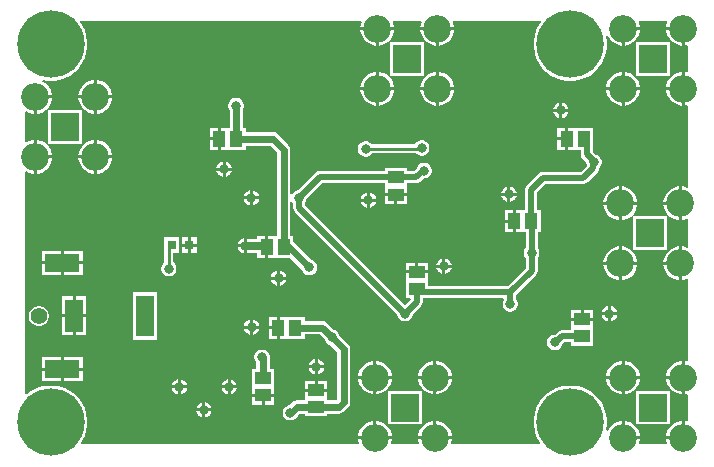
<source format=gtl>
G04*
G04 #@! TF.GenerationSoftware,Altium Limited,Altium Designer,24.1.2 (44)*
G04*
G04 Layer_Physical_Order=1*
G04 Layer_Color=6049555*
%FSLAX44Y44*%
%MOMM*%
G71*
G04*
G04 #@! TF.SameCoordinates,213EFF85-FE73-46F0-9486-E91859054EE2*
G04*
G04*
G04 #@! TF.FilePolarity,Positive*
G04*
G01*
G75*
%ADD12C,0.2540*%
%ADD15R,1.3562X1.0546*%
%ADD16R,1.0546X1.3562*%
%ADD17R,0.8000X0.8000*%
%ADD19R,2.3400X2.3400*%
%ADD20C,2.3400*%
%ADD21R,2.3400X2.3400*%
%ADD27C,0.5000*%
%ADD28C,0.6250*%
%ADD29C,0.6350*%
%ADD30C,5.7000*%
%ADD31R,3.0000X1.5000*%
%ADD32C,1.4000*%
%ADD33R,1.5000X3.5000*%
%ADD34R,1.5000X2.8000*%
%ADD35C,0.8000*%
G36*
X552306Y368900D02*
X552130Y368596D01*
X551160Y364975D01*
Y364370D01*
X565400D01*
Y363100D01*
X566670D01*
Y348860D01*
X567275D01*
X568992Y349320D01*
X570000Y348547D01*
Y326853D01*
X568992Y326080D01*
X567275Y326540D01*
X566670D01*
Y312300D01*
Y298060D01*
X567275D01*
X568992Y298520D01*
X570000Y297747D01*
Y229129D01*
X568900Y228494D01*
X568596Y228670D01*
X564975Y229640D01*
X564370D01*
Y215400D01*
Y201160D01*
X564975D01*
X568596Y202130D01*
X568900Y202306D01*
X570000Y201671D01*
Y178329D01*
X568900Y177694D01*
X568596Y177870D01*
X564975Y178840D01*
X564370D01*
Y164600D01*
Y150360D01*
X564975D01*
X568596Y151330D01*
X568900Y151506D01*
X570000Y150871D01*
Y82253D01*
X568992Y81480D01*
X567275Y81940D01*
X566670D01*
Y67700D01*
Y53460D01*
X567275D01*
X568992Y53920D01*
X570000Y53147D01*
Y31453D01*
X568992Y30680D01*
X567275Y31140D01*
X566670D01*
Y16900D01*
X565400D01*
Y15630D01*
X551160D01*
Y15025D01*
X551816Y12578D01*
X550841Y11308D01*
X529159D01*
X528184Y12578D01*
X528840Y15025D01*
Y15630D01*
X514600D01*
Y16900D01*
X513330D01*
Y31140D01*
X512725D01*
X509104Y30170D01*
X505856Y28295D01*
X503205Y25644D01*
X501576Y22821D01*
X500358Y23252D01*
X501040Y27557D01*
Y32443D01*
X500276Y37269D01*
X498766Y41915D01*
X496548Y46269D01*
X493676Y50221D01*
X490221Y53676D01*
X486269Y56548D01*
X481915Y58766D01*
X477269Y60276D01*
X472443Y61040D01*
X467557D01*
X462732Y60276D01*
X458085Y58766D01*
X453731Y56548D01*
X449779Y53676D01*
X446324Y50221D01*
X443452Y46269D01*
X441234Y41915D01*
X439724Y37269D01*
X438960Y32443D01*
Y27557D01*
X439724Y22731D01*
X441234Y18085D01*
X443452Y13731D01*
X444391Y12439D01*
X443815Y11308D01*
X369959D01*
X368984Y12578D01*
X369640Y15025D01*
Y15630D01*
X355400D01*
X341160D01*
Y15025D01*
X341816Y12578D01*
X340841Y11308D01*
X319159D01*
X318184Y12578D01*
X318840Y15025D01*
Y15630D01*
X304600D01*
X290360D01*
Y15025D01*
X291016Y12578D01*
X290041Y11308D01*
X56185D01*
X55609Y12439D01*
X56548Y13731D01*
X58766Y18085D01*
X60276Y22731D01*
X61040Y27557D01*
Y32443D01*
X60276Y37269D01*
X58766Y41915D01*
X56548Y46269D01*
X53676Y50221D01*
X50221Y53676D01*
X46269Y56548D01*
X41915Y58766D01*
X37269Y60276D01*
X32443Y61040D01*
X27557D01*
X22731Y60276D01*
X18085Y58766D01*
X13731Y56548D01*
X9779Y53676D01*
X9660Y53557D01*
X8486Y54043D01*
Y241745D01*
X9586Y242380D01*
X11404Y241330D01*
X15025Y240360D01*
X15630D01*
Y254600D01*
Y268840D01*
X15025D01*
X11404Y267870D01*
X9586Y266820D01*
X8486Y267455D01*
Y292545D01*
X9586Y293180D01*
X11404Y292130D01*
X15025Y291160D01*
X15630D01*
Y305400D01*
X16900D01*
Y306670D01*
X31140D01*
Y307275D01*
X30170Y310896D01*
X28295Y314144D01*
X25644Y316795D01*
X22821Y318424D01*
X23252Y319642D01*
X27557Y318960D01*
X32443D01*
X37269Y319724D01*
X41915Y321234D01*
X46269Y323452D01*
X50221Y326324D01*
X53676Y329779D01*
X56548Y333731D01*
X58766Y338085D01*
X60276Y342732D01*
X61040Y347557D01*
Y352443D01*
X60276Y357269D01*
X58766Y361915D01*
X56548Y366269D01*
X54659Y368868D01*
X55235Y370000D01*
X292780D01*
X293415Y368900D01*
X293240Y368597D01*
X292270Y364975D01*
Y364370D01*
X306510D01*
X320750D01*
Y364975D01*
X319779Y368597D01*
X319604Y368900D01*
X320239Y370000D01*
X343580D01*
X344215Y368900D01*
X344040Y368597D01*
X343070Y364975D01*
Y364370D01*
X357310D01*
X371550D01*
Y364975D01*
X370579Y368597D01*
X370404Y368900D01*
X371039Y370000D01*
X444765D01*
X445341Y368868D01*
X443452Y366269D01*
X441234Y361915D01*
X439724Y357269D01*
X438960Y352443D01*
Y347557D01*
X439724Y342732D01*
X441234Y338085D01*
X443452Y333731D01*
X446324Y329779D01*
X449779Y326324D01*
X453731Y323452D01*
X458085Y321234D01*
X462732Y319724D01*
X467557Y318960D01*
X472443D01*
X477269Y319724D01*
X481915Y321234D01*
X486269Y323452D01*
X490221Y326324D01*
X493676Y329779D01*
X496548Y333731D01*
X498766Y338085D01*
X500276Y342732D01*
X501040Y347557D01*
Y352443D01*
X500358Y356748D01*
X501576Y357179D01*
X503205Y354356D01*
X505856Y351705D01*
X509104Y349830D01*
X512725Y348860D01*
X513330D01*
Y363100D01*
X514600D01*
Y364370D01*
X528840D01*
Y364975D01*
X527870Y368596D01*
X527694Y368900D01*
X528329Y370000D01*
X551671D01*
X552306Y368900D01*
D02*
G37*
%LPC*%
G36*
X371550Y361830D02*
X358580D01*
Y348860D01*
X359184D01*
X362806Y349831D01*
X366053Y351705D01*
X368705Y354357D01*
X370579Y357604D01*
X371550Y361225D01*
Y361830D01*
D02*
G37*
G36*
X356040D02*
X343070D01*
Y361225D01*
X344040Y357604D01*
X345915Y354357D01*
X348566Y351705D01*
X351813Y349831D01*
X355435Y348860D01*
X356040D01*
Y361830D01*
D02*
G37*
G36*
X320750D02*
X307780D01*
Y348860D01*
X308384D01*
X312006Y349831D01*
X315253Y351705D01*
X317905Y354357D01*
X319779Y357604D01*
X320750Y361225D01*
Y361830D01*
D02*
G37*
G36*
X305240D02*
X292270D01*
Y361225D01*
X293240Y357604D01*
X295115Y354357D01*
X297766Y351705D01*
X301013Y349831D01*
X304635Y348860D01*
X305240D01*
Y361830D01*
D02*
G37*
G36*
X564130Y361830D02*
X551160D01*
Y361225D01*
X552130Y357604D01*
X554005Y354356D01*
X556656Y351705D01*
X559904Y349830D01*
X563525Y348860D01*
X564130D01*
Y361830D01*
D02*
G37*
G36*
X528840D02*
X515870D01*
Y348860D01*
X516475D01*
X520096Y349830D01*
X523344Y351705D01*
X525995Y354356D01*
X527870Y357604D01*
X528840Y361225D01*
Y361830D01*
D02*
G37*
G36*
X346150Y351940D02*
X317670D01*
Y323460D01*
X346150D01*
Y351940D01*
D02*
G37*
G36*
X554240Y351940D02*
X525760D01*
Y323460D01*
X554240D01*
Y351940D01*
D02*
G37*
G36*
X359184Y326540D02*
X358580D01*
Y313570D01*
X371550D01*
Y314175D01*
X370579Y317797D01*
X368705Y321044D01*
X366053Y323695D01*
X362806Y325570D01*
X359184Y326540D01*
D02*
G37*
G36*
X308384D02*
X307780D01*
Y313570D01*
X320750D01*
Y314175D01*
X319779Y317797D01*
X317905Y321044D01*
X315253Y323695D01*
X312006Y325570D01*
X308384Y326540D01*
D02*
G37*
G36*
X305240D02*
X304635D01*
X301013Y325570D01*
X297766Y323695D01*
X295115Y321044D01*
X293240Y317797D01*
X292270Y314175D01*
Y313570D01*
X305240D01*
Y326540D01*
D02*
G37*
G36*
X356040D02*
X355435D01*
X351813Y325570D01*
X348566Y323695D01*
X345915Y321044D01*
X344040Y317797D01*
X343070Y314175D01*
Y313570D01*
X356040D01*
Y326540D01*
D02*
G37*
G36*
X516475Y326540D02*
X515870D01*
Y313570D01*
X528840D01*
Y314175D01*
X527870Y317796D01*
X525995Y321044D01*
X523344Y323695D01*
X520096Y325570D01*
X516475Y326540D01*
D02*
G37*
G36*
X564130D02*
X563525D01*
X559904Y325570D01*
X556656Y323695D01*
X554005Y321044D01*
X552130Y317796D01*
X551160Y314175D01*
Y313570D01*
X564130D01*
Y326540D01*
D02*
G37*
G36*
X513330D02*
X512725D01*
X509104Y325570D01*
X505856Y323695D01*
X503205Y321044D01*
X501330Y317796D01*
X500360Y314175D01*
Y313570D01*
X513330D01*
Y326540D01*
D02*
G37*
G36*
X69575Y319640D02*
X68970D01*
Y306670D01*
X81940D01*
Y307275D01*
X80970Y310896D01*
X79095Y314144D01*
X76444Y316795D01*
X73196Y318670D01*
X69575Y319640D01*
D02*
G37*
G36*
X66430D02*
X65825D01*
X62204Y318670D01*
X58956Y316795D01*
X56305Y314144D01*
X54430Y310896D01*
X53460Y307275D01*
Y306670D01*
X66430D01*
Y319640D01*
D02*
G37*
G36*
X371550Y311030D02*
X358580D01*
Y298060D01*
X359184D01*
X362806Y299031D01*
X366053Y300905D01*
X368705Y303557D01*
X370579Y306804D01*
X371550Y310425D01*
Y311030D01*
D02*
G37*
G36*
X356040D02*
X343070D01*
Y310425D01*
X344040Y306804D01*
X345915Y303557D01*
X348566Y300905D01*
X351813Y299031D01*
X355435Y298060D01*
X356040D01*
Y311030D01*
D02*
G37*
G36*
X320750D02*
X307780D01*
Y298060D01*
X308384D01*
X312006Y299031D01*
X315253Y300905D01*
X317905Y303557D01*
X319779Y306804D01*
X320750Y310425D01*
Y311030D01*
D02*
G37*
G36*
X305240D02*
X292270D01*
Y310425D01*
X293240Y306804D01*
X295115Y303557D01*
X297766Y300905D01*
X301013Y299031D01*
X304635Y298060D01*
X305240D01*
Y311030D01*
D02*
G37*
G36*
X564130Y311030D02*
X551160D01*
Y310425D01*
X552130Y306804D01*
X554005Y303556D01*
X556656Y300905D01*
X559904Y299030D01*
X563525Y298060D01*
X564130D01*
Y311030D01*
D02*
G37*
G36*
X528840D02*
X515870D01*
Y298060D01*
X516475D01*
X520096Y299030D01*
X523344Y300905D01*
X525995Y303556D01*
X527870Y306804D01*
X528840Y310425D01*
Y311030D01*
D02*
G37*
G36*
X513330D02*
X500360D01*
Y310425D01*
X501330Y306804D01*
X503205Y303556D01*
X505856Y300905D01*
X509104Y299030D01*
X512725Y298060D01*
X513330D01*
Y311030D01*
D02*
G37*
G36*
X463270Y300430D02*
Y295270D01*
X468430D01*
X468094Y296524D01*
X467233Y298016D01*
X466016Y299233D01*
X464524Y300094D01*
X463270Y300430D01*
D02*
G37*
G36*
X460730D02*
X459476Y300094D01*
X457984Y299233D01*
X456767Y298016D01*
X455906Y296524D01*
X455570Y295270D01*
X460730D01*
Y300430D01*
D02*
G37*
G36*
X81940Y304130D02*
X68970D01*
Y291160D01*
X69575D01*
X73196Y292130D01*
X76444Y294005D01*
X79095Y296656D01*
X80970Y299904D01*
X81940Y303525D01*
Y304130D01*
D02*
G37*
G36*
X66430D02*
X53460D01*
Y303525D01*
X54430Y299904D01*
X56305Y296656D01*
X58956Y294005D01*
X62204Y292130D01*
X65825Y291160D01*
X66430D01*
Y304130D01*
D02*
G37*
G36*
X31140D02*
X18170D01*
Y291160D01*
X18775D01*
X22396Y292130D01*
X25644Y294005D01*
X28295Y296656D01*
X30170Y299904D01*
X31140Y303525D01*
Y304130D01*
D02*
G37*
G36*
X468430Y292730D02*
X463270D01*
Y287570D01*
X464524Y287906D01*
X466016Y288767D01*
X467233Y289984D01*
X468094Y291476D01*
X468430Y292730D01*
D02*
G37*
G36*
X460730D02*
X455570D01*
X455906Y291476D01*
X456767Y289984D01*
X457984Y288767D01*
X459476Y287906D01*
X460730Y287570D01*
Y292730D01*
D02*
G37*
G36*
X171472Y279321D02*
X164929D01*
Y271270D01*
X171472D01*
Y279321D01*
D02*
G37*
G36*
X465472D02*
X458929D01*
Y271270D01*
X465472D01*
Y279321D01*
D02*
G37*
G36*
X56540Y294240D02*
X28060D01*
Y265760D01*
X56540D01*
Y294240D01*
D02*
G37*
G36*
X344861Y268540D02*
X343139D01*
X341476Y268094D01*
X339984Y267233D01*
X338767Y266016D01*
X338327Y265254D01*
X301971D01*
X301872Y265425D01*
X300655Y266643D01*
X299163Y267504D01*
X297500Y267950D01*
X295778D01*
X294115Y267504D01*
X292623Y266643D01*
X291406Y265425D01*
X290545Y263934D01*
X290099Y262271D01*
Y260549D01*
X290545Y258885D01*
X291406Y257394D01*
X292623Y256176D01*
X294115Y255315D01*
X295778Y254870D01*
X297500D01*
X299163Y255315D01*
X300655Y256176D01*
X301872Y257394D01*
X301971Y257566D01*
X339185D01*
X339984Y256767D01*
X341476Y255906D01*
X343139Y255460D01*
X344861D01*
X346524Y255906D01*
X348016Y256767D01*
X349233Y257984D01*
X350094Y259476D01*
X350540Y261139D01*
Y262861D01*
X350094Y264524D01*
X349233Y266016D01*
X348016Y267233D01*
X346524Y268094D01*
X344861Y268540D01*
D02*
G37*
G36*
X465472Y268730D02*
X458929D01*
Y260679D01*
X465472D01*
Y268730D01*
D02*
G37*
G36*
X171472D02*
X164929D01*
Y260679D01*
X171472D01*
Y268730D01*
D02*
G37*
G36*
X69575Y268840D02*
X68970D01*
Y255870D01*
X81940D01*
Y256475D01*
X80970Y260096D01*
X79095Y263344D01*
X76444Y265995D01*
X73196Y267870D01*
X69575Y268840D01*
D02*
G37*
G36*
X66430D02*
X65825D01*
X62204Y267870D01*
X58956Y265995D01*
X56305Y263344D01*
X54430Y260096D01*
X53460Y256475D01*
Y255870D01*
X66430D01*
Y268840D01*
D02*
G37*
G36*
X18775D02*
X18170D01*
Y255870D01*
X31140D01*
Y256475D01*
X30170Y260096D01*
X28295Y263344D01*
X25644Y265995D01*
X22396Y267870D01*
X18775Y268840D01*
D02*
G37*
G36*
X178072Y250685D02*
Y245524D01*
X183233D01*
X182897Y246778D01*
X182036Y248270D01*
X180818Y249487D01*
X179327Y250348D01*
X178072Y250685D01*
D02*
G37*
G36*
X175532D02*
X174278Y250348D01*
X172787Y249487D01*
X171569Y248270D01*
X170708Y246778D01*
X170372Y245524D01*
X175532D01*
Y250685D01*
D02*
G37*
G36*
X81940Y253330D02*
X68970D01*
Y240360D01*
X69575D01*
X73196Y241330D01*
X76444Y243205D01*
X79095Y245856D01*
X80970Y249104D01*
X81940Y252725D01*
Y253330D01*
D02*
G37*
G36*
X66430D02*
X53460D01*
Y252725D01*
X54430Y249104D01*
X56305Y245856D01*
X58956Y243205D01*
X62204Y241330D01*
X65825Y240360D01*
X66430D01*
Y253330D01*
D02*
G37*
G36*
X31140D02*
X18170D01*
Y240360D01*
X18775D01*
X22396Y241330D01*
X25644Y243205D01*
X28295Y245856D01*
X30170Y249104D01*
X31140Y252725D01*
Y253330D01*
D02*
G37*
G36*
X183233Y242984D02*
X178072D01*
Y237824D01*
X179327Y238160D01*
X180818Y239021D01*
X182036Y240238D01*
X182897Y241730D01*
X183233Y242984D01*
D02*
G37*
G36*
X175532D02*
X170372D01*
X170708Y241730D01*
X171569Y240238D01*
X172787Y239021D01*
X174278Y238160D01*
X175532Y237824D01*
Y242984D01*
D02*
G37*
G36*
X419270Y229430D02*
Y224270D01*
X424430D01*
X424094Y225524D01*
X423233Y227016D01*
X422016Y228233D01*
X420524Y229094D01*
X419270Y229430D01*
D02*
G37*
G36*
X416730D02*
X415476Y229094D01*
X413984Y228233D01*
X412767Y227016D01*
X411906Y225524D01*
X411570Y224270D01*
X416730D01*
Y229430D01*
D02*
G37*
G36*
X201270Y226430D02*
Y221270D01*
X206430D01*
X206094Y222524D01*
X205233Y224016D01*
X204016Y225233D01*
X202524Y226094D01*
X201270Y226430D01*
D02*
G37*
G36*
X198730D02*
X197476Y226094D01*
X195984Y225233D01*
X194767Y224016D01*
X193906Y222524D01*
X193570Y221270D01*
X198730D01*
Y226430D01*
D02*
G37*
G36*
X300270Y224430D02*
Y219270D01*
X305430D01*
X305094Y220524D01*
X304233Y222016D01*
X303016Y223233D01*
X301524Y224094D01*
X300270Y224430D01*
D02*
G37*
G36*
X297730D02*
X296476Y224094D01*
X294984Y223233D01*
X293767Y222016D01*
X292906Y220524D01*
X292570Y219270D01*
X297730D01*
Y224430D01*
D02*
G37*
G36*
X514175Y229640D02*
X513570D01*
Y216670D01*
X526540D01*
Y217275D01*
X525570Y220896D01*
X523695Y224144D01*
X521044Y226795D01*
X517797Y228670D01*
X514175Y229640D01*
D02*
G37*
G36*
X561830D02*
X561225D01*
X557604Y228670D01*
X554356Y226795D01*
X551705Y224144D01*
X549831Y220896D01*
X548860Y217275D01*
Y216670D01*
X561830D01*
Y229640D01*
D02*
G37*
G36*
X511030D02*
X510425D01*
X506804Y228670D01*
X503557Y226795D01*
X500905Y224144D01*
X499030Y220896D01*
X498060Y217275D01*
Y216670D01*
X511030D01*
Y229640D01*
D02*
G37*
G36*
X424430Y221730D02*
X419270D01*
Y216570D01*
X420524Y216906D01*
X422016Y217767D01*
X423233Y218984D01*
X424094Y220476D01*
X424430Y221730D01*
D02*
G37*
G36*
X416730D02*
X411570D01*
X411906Y220476D01*
X412767Y218984D01*
X413984Y217767D01*
X415476Y216906D01*
X416730Y216570D01*
Y221730D01*
D02*
G37*
G36*
X331321Y221472D02*
X323270D01*
Y214929D01*
X331321D01*
Y221472D01*
D02*
G37*
G36*
X320730D02*
X312679D01*
Y214929D01*
X320730D01*
Y221472D01*
D02*
G37*
G36*
X206430Y218730D02*
X201270D01*
Y213570D01*
X202524Y213906D01*
X204016Y214767D01*
X205233Y215984D01*
X206094Y217476D01*
X206430Y218730D01*
D02*
G37*
G36*
X198730D02*
X193570D01*
X193906Y217476D01*
X194767Y215984D01*
X195984Y214767D01*
X197476Y213906D01*
X198730Y213570D01*
Y218730D01*
D02*
G37*
G36*
X305430Y216730D02*
X300270D01*
Y211570D01*
X301524Y211906D01*
X303016Y212767D01*
X304233Y213984D01*
X305094Y215476D01*
X305430Y216730D01*
D02*
G37*
G36*
X297730D02*
X292570D01*
X292906Y215476D01*
X293767Y213984D01*
X294984Y212767D01*
X296476Y211906D01*
X297730Y211570D01*
Y216730D01*
D02*
G37*
G36*
X421230Y209321D02*
X414687D01*
Y201270D01*
X421230D01*
Y209321D01*
D02*
G37*
G36*
X561830Y214130D02*
X548860D01*
Y213525D01*
X549831Y209904D01*
X551705Y206656D01*
X554356Y204005D01*
X557604Y202130D01*
X561225Y201160D01*
X561830D01*
Y214130D01*
D02*
G37*
G36*
X526540D02*
X513570D01*
Y201160D01*
X514175D01*
X517797Y202130D01*
X521044Y204005D01*
X523695Y206656D01*
X525570Y209904D01*
X526540Y213525D01*
Y214130D01*
D02*
G37*
G36*
X511030D02*
X498060D01*
Y213525D01*
X499030Y209904D01*
X500905Y206656D01*
X503557Y204005D01*
X506804Y202130D01*
X510425Y201160D01*
X511030D01*
Y214130D01*
D02*
G37*
G36*
X421230Y198730D02*
X414687D01*
Y190679D01*
X421230D01*
Y198730D01*
D02*
G37*
G36*
X211472Y187821D02*
X204929D01*
Y185193D01*
X197789D01*
X197255Y185501D01*
X196001Y185837D01*
Y179407D01*
Y172976D01*
X197255Y173312D01*
X197789Y173620D01*
X204929D01*
Y169179D01*
X211472D01*
Y178500D01*
Y187821D01*
D02*
G37*
G36*
X154040Y186540D02*
X148770D01*
Y181270D01*
X154040D01*
Y186540D01*
D02*
G37*
G36*
X146230D02*
X140960D01*
Y181270D01*
X146230D01*
Y186540D01*
D02*
G37*
G36*
X193461Y185837D02*
X192207Y185501D01*
X190715Y184640D01*
X189498Y183422D01*
X188637Y181931D01*
X188301Y180677D01*
X193461D01*
Y185837D01*
D02*
G37*
G36*
X551940Y204240D02*
X523460D01*
Y175760D01*
X551940D01*
Y204240D01*
D02*
G37*
G36*
X154040Y178730D02*
X148770D01*
Y173460D01*
X154040D01*
Y178730D01*
D02*
G37*
G36*
X146230D02*
X140960D01*
Y173460D01*
X146230D01*
Y178730D01*
D02*
G37*
G36*
X193461Y178137D02*
X188301D01*
X188637Y176882D01*
X189498Y175391D01*
X190715Y174173D01*
X192207Y173312D01*
X193461Y172976D01*
Y178137D01*
D02*
G37*
G36*
X57540Y175040D02*
X41270D01*
Y166270D01*
X57540D01*
Y175040D01*
D02*
G37*
G36*
X38730D02*
X22460D01*
Y166270D01*
X38730D01*
Y175040D01*
D02*
G37*
G36*
X514175Y178840D02*
X513570D01*
Y165870D01*
X526540D01*
Y166475D01*
X525570Y170096D01*
X523695Y173344D01*
X521044Y175995D01*
X517797Y177870D01*
X514175Y178840D01*
D02*
G37*
G36*
X561830D02*
X561225D01*
X557604Y177870D01*
X554356Y175995D01*
X551705Y173344D01*
X549831Y170096D01*
X548860Y166475D01*
Y165870D01*
X561830D01*
Y178840D01*
D02*
G37*
G36*
X511030D02*
X510425D01*
X506804Y177870D01*
X503557Y175995D01*
X500905Y173344D01*
X499030Y170096D01*
X498060Y166475D01*
Y165870D01*
X511030D01*
Y178840D01*
D02*
G37*
G36*
X364270Y168430D02*
Y163270D01*
X369430D01*
X369094Y164524D01*
X368233Y166016D01*
X367016Y167233D01*
X365524Y168094D01*
X364270Y168430D01*
D02*
G37*
G36*
X361730D02*
X360476Y168094D01*
X358984Y167233D01*
X357767Y166016D01*
X356906Y164524D01*
X356570Y163270D01*
X361730D01*
Y168430D01*
D02*
G37*
G36*
X349321Y165071D02*
X341270D01*
Y158528D01*
X349321D01*
Y165071D01*
D02*
G37*
G36*
X338730D02*
X330679D01*
Y158528D01*
X338730D01*
Y165071D01*
D02*
G37*
G36*
X369430Y160730D02*
X364270D01*
Y155570D01*
X365524Y155906D01*
X367016Y156767D01*
X368233Y157984D01*
X369094Y159476D01*
X369430Y160730D01*
D02*
G37*
G36*
X361730D02*
X356570D01*
X356906Y159476D01*
X357767Y157984D01*
X358984Y156767D01*
X360476Y155906D01*
X361730Y155570D01*
Y160730D01*
D02*
G37*
G36*
X57540Y163730D02*
X41270D01*
Y154960D01*
X57540D01*
Y163730D01*
D02*
G37*
G36*
X38730D02*
X22460D01*
Y154960D01*
X38730D01*
Y163730D01*
D02*
G37*
G36*
X139040Y186540D02*
X125960D01*
Y173460D01*
X126156D01*
Y165333D01*
X125984Y165233D01*
X124767Y164016D01*
X123906Y162524D01*
X123460Y160861D01*
Y159139D01*
X123906Y157476D01*
X124767Y155984D01*
X125984Y154767D01*
X127476Y153906D01*
X129139Y153460D01*
X130861D01*
X132524Y153906D01*
X134016Y154767D01*
X135233Y155984D01*
X136094Y157476D01*
X136540Y159139D01*
Y160861D01*
X136094Y162524D01*
X135233Y164016D01*
X134016Y165233D01*
X133844Y165333D01*
Y173460D01*
X139040D01*
Y186540D01*
D02*
G37*
G36*
X224270Y158430D02*
Y153270D01*
X229430D01*
X229094Y154524D01*
X228233Y156016D01*
X227016Y157233D01*
X225524Y158094D01*
X224270Y158430D01*
D02*
G37*
G36*
X221730D02*
X220476Y158094D01*
X218984Y157233D01*
X217767Y156016D01*
X216906Y154524D01*
X216570Y153270D01*
X221730D01*
Y158430D01*
D02*
G37*
G36*
X561830Y163330D02*
X548860D01*
Y162725D01*
X549831Y159104D01*
X551705Y155856D01*
X554356Y153205D01*
X557604Y151330D01*
X561225Y150360D01*
X561830D01*
Y163330D01*
D02*
G37*
G36*
X526540D02*
X513570D01*
Y150360D01*
X514175D01*
X517797Y151330D01*
X521044Y153205D01*
X523695Y155856D01*
X525570Y159104D01*
X526540Y162725D01*
Y163330D01*
D02*
G37*
G36*
X511030D02*
X498060D01*
Y162725D01*
X499030Y159104D01*
X500905Y155856D01*
X503557Y153205D01*
X506804Y151330D01*
X510425Y150360D01*
X511030D01*
Y163330D01*
D02*
G37*
G36*
X229430Y150730D02*
X224270D01*
Y145570D01*
X225524Y145906D01*
X227016Y146767D01*
X228233Y147984D01*
X229094Y149476D01*
X229430Y150730D01*
D02*
G37*
G36*
X221730D02*
X216570D01*
X216906Y149476D01*
X217767Y147984D01*
X218984Y146767D01*
X220476Y145906D01*
X221730Y145570D01*
Y150730D01*
D02*
G37*
G36*
X187861Y304540D02*
X186139D01*
X184476Y304094D01*
X182984Y303233D01*
X181767Y302016D01*
X180906Y300524D01*
X180460Y298861D01*
Y297139D01*
X180906Y295476D01*
X181523Y294407D01*
Y279321D01*
X174012D01*
Y270000D01*
Y260679D01*
X195071D01*
Y264265D01*
X215624D01*
X221523Y258367D01*
Y187821D01*
X214012D01*
Y178500D01*
Y169179D01*
X232710D01*
X242740Y159149D01*
X242926Y158455D01*
X243787Y156964D01*
X245005Y155746D01*
X246496Y154886D01*
X248159Y154440D01*
X249881D01*
X251545Y154886D01*
X253036Y155746D01*
X254254Y156964D01*
X255114Y158455D01*
X255560Y160119D01*
Y161841D01*
X255114Y163504D01*
X254254Y164995D01*
X253036Y166213D01*
X251545Y167074D01*
X250851Y167260D01*
X235555Y182555D01*
X235071Y182879D01*
Y187821D01*
X232993D01*
Y216516D01*
X234263Y216857D01*
X234767Y215984D01*
X235476Y215275D01*
Y211490D01*
X235864Y209540D01*
X236969Y207886D01*
X323599Y121256D01*
Y121064D01*
X324045Y119401D01*
X324906Y117909D01*
X326124Y116692D01*
X327615Y115831D01*
X329278Y115385D01*
X331000D01*
X332664Y115831D01*
X334155Y116692D01*
X335373Y117909D01*
X336234Y119401D01*
X336679Y121064D01*
Y121256D01*
X343605Y128181D01*
X344710Y129835D01*
X345098Y131786D01*
Y134902D01*
X413178D01*
X413702Y133632D01*
X413059Y132517D01*
X412613Y130854D01*
Y129132D01*
X413059Y127469D01*
X413919Y125977D01*
X415137Y124760D01*
X416628Y123899D01*
X418292Y123453D01*
X420014D01*
X421677Y123899D01*
X423168Y124760D01*
X424386Y125977D01*
X425247Y127469D01*
X425693Y129132D01*
Y130854D01*
X425247Y132517D01*
X424386Y134009D01*
X424098Y134297D01*
Y137888D01*
X440863Y154653D01*
X441968Y156307D01*
X442356Y158258D01*
Y169107D01*
X442491Y169242D01*
X443352Y170734D01*
X443798Y172397D01*
Y174119D01*
X443352Y175782D01*
X442491Y177274D01*
X442356Y177409D01*
Y190679D01*
X444829D01*
Y209321D01*
X442114D01*
Y224904D01*
X449112Y231902D01*
X481000D01*
X482951Y232290D01*
X484605Y233395D01*
X493031Y241821D01*
X494136Y243475D01*
X494487Y245238D01*
X495233Y245984D01*
X496094Y247476D01*
X496540Y249139D01*
Y250861D01*
X496094Y252524D01*
X495233Y254016D01*
X494016Y255233D01*
X492524Y256094D01*
X491708Y256313D01*
X489129Y258892D01*
Y267227D01*
X489071Y267518D01*
Y279321D01*
X468012D01*
Y270000D01*
Y260679D01*
X478933D01*
Y256781D01*
X479321Y254830D01*
X480426Y253176D01*
X483460Y250142D01*
Y249139D01*
X483906Y247476D01*
X484038Y247247D01*
X478888Y242098D01*
X447000D01*
X445049Y241710D01*
X443395Y240605D01*
X433411Y230620D01*
X432306Y228967D01*
X431918Y227016D01*
Y209321D01*
X423770D01*
Y200000D01*
Y190679D01*
X432160D01*
Y177409D01*
X432025Y177274D01*
X431164Y175782D01*
X430718Y174119D01*
Y172397D01*
X431164Y170734D01*
X432025Y169242D01*
X432160Y169107D01*
Y160369D01*
X416888Y145098D01*
X349321D01*
Y149445D01*
Y155988D01*
X340000D01*
X330679D01*
Y149445D01*
Y134929D01*
X334327D01*
X334664Y133659D01*
X330139Y129135D01*
X245672Y213602D01*
Y216744D01*
X246094Y217476D01*
X246540Y219139D01*
Y219330D01*
X260112Y232902D01*
X312679D01*
Y229445D01*
Y224012D01*
X322000D01*
X331321D01*
Y232160D01*
X339446D01*
X341397Y232548D01*
X343051Y233653D01*
X345858Y236460D01*
X346861D01*
X348524Y236906D01*
X350016Y237767D01*
X351233Y238984D01*
X352094Y240476D01*
X352540Y242139D01*
Y243861D01*
X352094Y245524D01*
X351233Y247016D01*
X350016Y248233D01*
X348524Y249094D01*
X346861Y249540D01*
X345139D01*
X343476Y249094D01*
X341984Y248233D01*
X340767Y247016D01*
X339906Y245524D01*
X339687Y244708D01*
X337334Y242356D01*
X331321D01*
Y245071D01*
X312679D01*
Y243098D01*
X258000D01*
X256049Y242710D01*
X254395Y241605D01*
X239330Y226540D01*
X239139D01*
X237476Y226094D01*
X235984Y225233D01*
X234767Y224016D01*
X234263Y223143D01*
X232993Y223484D01*
Y260742D01*
X232556Y262937D01*
X231313Y264798D01*
X222055Y274055D01*
X220195Y275299D01*
X218000Y275735D01*
X195071D01*
Y279321D01*
X192993D01*
Y295300D01*
X193094Y295476D01*
X193540Y297139D01*
Y298861D01*
X193094Y300524D01*
X192233Y302016D01*
X191016Y303233D01*
X189524Y304094D01*
X187861Y304540D01*
D02*
G37*
G36*
X504270Y128430D02*
Y123270D01*
X509430D01*
X509094Y124524D01*
X508233Y126016D01*
X507016Y127233D01*
X505524Y128094D01*
X504270Y128430D01*
D02*
G37*
G36*
X501730D02*
X500476Y128094D01*
X498984Y127233D01*
X497767Y126016D01*
X496906Y124524D01*
X496570Y123270D01*
X501730D01*
Y128430D01*
D02*
G37*
G36*
X60040Y136540D02*
X51270D01*
Y121270D01*
X60040D01*
Y136540D01*
D02*
G37*
G36*
X48730D02*
X39960D01*
Y121270D01*
X48730D01*
Y136540D01*
D02*
G37*
G36*
X489321Y125071D02*
X481270D01*
Y118528D01*
X489321D01*
Y125071D01*
D02*
G37*
G36*
X478730D02*
X470679D01*
Y118528D01*
X478730D01*
Y125071D01*
D02*
G37*
G36*
X509430Y120730D02*
X504270D01*
Y115570D01*
X505524Y115906D01*
X507016Y116767D01*
X508233Y117984D01*
X509094Y119476D01*
X509430Y120730D01*
D02*
G37*
G36*
X501730D02*
X496570D01*
X496906Y119476D01*
X497767Y117984D01*
X498984Y116767D01*
X500476Y115906D01*
X501730Y115570D01*
Y120730D01*
D02*
G37*
G36*
X201383Y116930D02*
Y111770D01*
X206543D01*
X206207Y113024D01*
X205346Y114516D01*
X204129Y115733D01*
X202637Y116594D01*
X201383Y116930D01*
D02*
G37*
G36*
X198843D02*
X197589Y116594D01*
X196097Y115733D01*
X194880Y114516D01*
X194019Y113024D01*
X193682Y111770D01*
X198843D01*
Y116930D01*
D02*
G37*
G36*
X21119Y128500D02*
X18881D01*
X16719Y127921D01*
X14781Y126802D01*
X13198Y125219D01*
X12079Y123281D01*
X11500Y121119D01*
Y118881D01*
X12079Y116719D01*
X13198Y114781D01*
X14781Y113198D01*
X16719Y112079D01*
X18881Y111500D01*
X21119D01*
X23281Y112079D01*
X25219Y113198D01*
X26802Y114781D01*
X27921Y116719D01*
X28500Y118881D01*
Y121119D01*
X27921Y123281D01*
X26802Y125219D01*
X25219Y126802D01*
X23281Y127921D01*
X21119Y128500D01*
D02*
G37*
G36*
X221472Y119321D02*
X214929D01*
Y111270D01*
X221472D01*
Y119321D01*
D02*
G37*
G36*
X206543Y109230D02*
X201383D01*
Y104070D01*
X202637Y104406D01*
X204129Y105267D01*
X205346Y106484D01*
X206207Y107976D01*
X206543Y109230D01*
D02*
G37*
G36*
X198843D02*
X193682D01*
X194019Y107976D01*
X194880Y106484D01*
X196097Y105267D01*
X197589Y104406D01*
X198843Y104070D01*
Y109230D01*
D02*
G37*
G36*
X60040Y118730D02*
X51270D01*
Y103460D01*
X60040D01*
Y118730D01*
D02*
G37*
G36*
X48730D02*
X39960D01*
Y103460D01*
X48730D01*
Y118730D01*
D02*
G37*
G36*
X221472Y108730D02*
X214929D01*
Y100679D01*
X221472D01*
Y108730D01*
D02*
G37*
G36*
X120040Y140040D02*
X99960D01*
Y99960D01*
X120040D01*
Y140040D01*
D02*
G37*
G36*
X489321Y115988D02*
X480000D01*
X470679D01*
Y107840D01*
X462744D01*
X460794Y107452D01*
X459140Y106347D01*
X456883Y104090D01*
X455880D01*
X454216Y103644D01*
X452725Y102783D01*
X451507Y101566D01*
X450646Y100074D01*
X450201Y98411D01*
Y96689D01*
X450646Y95026D01*
X451507Y93534D01*
X452725Y92317D01*
X454216Y91456D01*
X455880Y91010D01*
X457602D01*
X459265Y91456D01*
X460756Y92317D01*
X461974Y93534D01*
X462835Y95026D01*
X463053Y95842D01*
X464856Y97644D01*
X470679D01*
Y94929D01*
X489321D01*
Y109445D01*
Y115988D01*
D02*
G37*
G36*
X256270Y83430D02*
Y78270D01*
X261430D01*
X261094Y79524D01*
X260233Y81016D01*
X259016Y82233D01*
X257524Y83094D01*
X256270Y83430D01*
D02*
G37*
G36*
X253730D02*
X252476Y83094D01*
X250984Y82233D01*
X249767Y81016D01*
X248906Y79524D01*
X248570Y78270D01*
X253730D01*
Y83430D01*
D02*
G37*
G36*
X57540Y85040D02*
X41270D01*
Y76270D01*
X57540D01*
Y85040D01*
D02*
G37*
G36*
X38730D02*
X22460D01*
Y76270D01*
X38730D01*
Y85040D01*
D02*
G37*
G36*
X261430Y75730D02*
X256270D01*
Y70570D01*
X257524Y70906D01*
X259016Y71767D01*
X260233Y72984D01*
X261094Y74476D01*
X261430Y75730D01*
D02*
G37*
G36*
X253730D02*
X248570D01*
X248906Y74476D01*
X249767Y72984D01*
X250984Y71767D01*
X252476Y70906D01*
X253730Y70570D01*
Y75730D01*
D02*
G37*
G36*
X516475Y81940D02*
X515870D01*
Y68970D01*
X528840D01*
Y69575D01*
X527870Y73196D01*
X525995Y76444D01*
X523344Y79095D01*
X520096Y80970D01*
X516475Y81940D01*
D02*
G37*
G36*
X513330D02*
X512725D01*
X509104Y80970D01*
X505856Y79095D01*
X503205Y76444D01*
X501330Y73196D01*
X500360Y69575D01*
Y68970D01*
X513330D01*
Y81940D01*
D02*
G37*
G36*
X564130D02*
X563525D01*
X559904Y80970D01*
X556656Y79095D01*
X554005Y76444D01*
X552130Y73196D01*
X551160Y69575D01*
Y68970D01*
X564130D01*
Y81940D01*
D02*
G37*
G36*
X357275D02*
X356670D01*
Y68970D01*
X369640D01*
Y69575D01*
X368670Y73196D01*
X366795Y76444D01*
X364144Y79095D01*
X360896Y80970D01*
X357275Y81940D01*
D02*
G37*
G36*
X306475D02*
X305870D01*
Y68970D01*
X318840D01*
Y69575D01*
X317870Y73196D01*
X315995Y76444D01*
X313344Y79095D01*
X310096Y80970D01*
X306475Y81940D01*
D02*
G37*
G36*
X354130D02*
X353525D01*
X349904Y80970D01*
X346656Y79095D01*
X344005Y76444D01*
X342130Y73196D01*
X341160Y69575D01*
Y68970D01*
X354130D01*
Y81940D01*
D02*
G37*
G36*
X303330D02*
X302725D01*
X299104Y80970D01*
X295856Y79095D01*
X293205Y76444D01*
X291330Y73196D01*
X290360Y69575D01*
Y68970D01*
X303330D01*
Y81940D01*
D02*
G37*
G36*
X57540Y73730D02*
X41270D01*
Y64960D01*
X57540D01*
Y73730D01*
D02*
G37*
G36*
X38730D02*
X22460D01*
Y64960D01*
X38730D01*
Y73730D01*
D02*
G37*
G36*
X182493Y66453D02*
Y61293D01*
X187654D01*
X187317Y62547D01*
X186456Y64039D01*
X185239Y65256D01*
X183747Y66117D01*
X182493Y66453D01*
D02*
G37*
G36*
X179953D02*
X178699Y66117D01*
X177207Y65256D01*
X175990Y64039D01*
X175129Y62547D01*
X174793Y61293D01*
X179953D01*
Y66453D01*
D02*
G37*
G36*
X140270Y66430D02*
Y61270D01*
X145430D01*
X145094Y62524D01*
X144233Y64016D01*
X143016Y65233D01*
X141524Y66094D01*
X140270Y66430D01*
D02*
G37*
G36*
X137730D02*
X136476Y66094D01*
X134984Y65233D01*
X133767Y64016D01*
X132906Y62524D01*
X132570Y61270D01*
X137730D01*
Y66430D01*
D02*
G37*
G36*
X264321Y65071D02*
X256270D01*
Y58528D01*
X264321D01*
Y65071D01*
D02*
G37*
G36*
X253730D02*
X245679D01*
Y58528D01*
X253730D01*
Y65071D01*
D02*
G37*
G36*
X209861Y91540D02*
X208139D01*
X206476Y91094D01*
X204984Y90233D01*
X203767Y89016D01*
X202906Y87524D01*
X202460Y85861D01*
Y84139D01*
X202906Y82476D01*
X203767Y80984D01*
X204265Y80486D01*
Y75071D01*
X200679D01*
Y59445D01*
Y54012D01*
X210000D01*
X219321D01*
Y59445D01*
Y75071D01*
X215735D01*
Y83526D01*
X215540Y84508D01*
Y85861D01*
X215094Y87524D01*
X214233Y89016D01*
X213016Y90233D01*
X211524Y91094D01*
X209861Y91540D01*
D02*
G37*
G36*
X187654Y58753D02*
X182493D01*
Y53592D01*
X183747Y53928D01*
X185239Y54790D01*
X186456Y56007D01*
X187317Y57498D01*
X187654Y58753D01*
D02*
G37*
G36*
X179953D02*
X174793D01*
X175129Y57498D01*
X175990Y56007D01*
X177207Y54790D01*
X178699Y53928D01*
X179953Y53592D01*
Y58753D01*
D02*
G37*
G36*
X145430Y58730D02*
X140270D01*
Y53570D01*
X141524Y53906D01*
X143016Y54767D01*
X144233Y55984D01*
X145094Y57476D01*
X145430Y58730D01*
D02*
G37*
G36*
X137730D02*
X132570D01*
X132906Y57476D01*
X133767Y55984D01*
X134984Y54767D01*
X136476Y53906D01*
X137730Y53570D01*
Y58730D01*
D02*
G37*
G36*
X564130Y66430D02*
X551160D01*
Y65825D01*
X552130Y62204D01*
X554005Y58956D01*
X556656Y56305D01*
X559904Y54430D01*
X563525Y53460D01*
X564130D01*
Y66430D01*
D02*
G37*
G36*
X528840D02*
X515870D01*
Y53460D01*
X516475D01*
X520096Y54430D01*
X523344Y56305D01*
X525995Y58956D01*
X527870Y62204D01*
X528840Y65825D01*
Y66430D01*
D02*
G37*
G36*
X513330D02*
X500360D01*
Y65825D01*
X501330Y62204D01*
X503205Y58956D01*
X505856Y56305D01*
X509104Y54430D01*
X512725Y53460D01*
X513330D01*
Y66430D01*
D02*
G37*
G36*
X369640Y66430D02*
X356670D01*
Y53460D01*
X357275D01*
X360896Y54430D01*
X364144Y56305D01*
X366795Y58956D01*
X368670Y62204D01*
X369640Y65825D01*
Y66430D01*
D02*
G37*
G36*
X354130D02*
X341160D01*
Y65825D01*
X342130Y62204D01*
X344005Y58956D01*
X346656Y56305D01*
X349904Y54430D01*
X353525Y53460D01*
X354130D01*
Y66430D01*
D02*
G37*
G36*
X318840D02*
X305870D01*
Y53460D01*
X306475D01*
X310096Y54430D01*
X313344Y56305D01*
X315995Y58956D01*
X317870Y62204D01*
X318840Y65825D01*
Y66430D01*
D02*
G37*
G36*
X303330D02*
X290360D01*
Y65825D01*
X291330Y62204D01*
X293205Y58956D01*
X295856Y56305D01*
X299104Y54430D01*
X302725Y53460D01*
X303330D01*
Y66430D01*
D02*
G37*
G36*
X245071Y119321D02*
X224012D01*
Y110000D01*
Y100679D01*
X245071D01*
Y104265D01*
X257624D01*
X261889Y100000D01*
X262075Y99306D01*
X262936Y97815D01*
X264154Y96597D01*
X265645Y95736D01*
X266339Y95550D01*
X272265Y89624D01*
Y49376D01*
X271367Y48477D01*
X264321D01*
Y55988D01*
X255000D01*
X245679D01*
Y48477D01*
X238216D01*
X236021Y48041D01*
X234160Y46798D01*
X231816Y44454D01*
X230476Y44094D01*
X228984Y43233D01*
X227767Y42016D01*
X226906Y40524D01*
X226460Y38861D01*
Y37139D01*
X226906Y35476D01*
X227767Y33984D01*
X228984Y32767D01*
X230476Y31906D01*
X232139Y31460D01*
X233861D01*
X235524Y31906D01*
X237016Y32767D01*
X238233Y33984D01*
X239094Y35476D01*
X239107Y35522D01*
X240591Y37007D01*
X245679D01*
Y34929D01*
X264321D01*
Y37007D01*
X273742D01*
X275937Y37444D01*
X277798Y38687D01*
X282055Y42945D01*
X283299Y44805D01*
X283735Y47000D01*
Y92000D01*
X283299Y94195D01*
X282055Y96055D01*
X274450Y103661D01*
X274264Y104355D01*
X273403Y105846D01*
X272185Y107064D01*
X270694Y107925D01*
X270000Y108111D01*
X264055Y114055D01*
X262195Y115299D01*
X260000Y115735D01*
X245071D01*
Y119321D01*
D02*
G37*
G36*
X219321Y51472D02*
X211270D01*
Y44929D01*
X219321D01*
Y51472D01*
D02*
G37*
G36*
X208730D02*
X200679D01*
Y44929D01*
X208730D01*
Y51472D01*
D02*
G37*
G36*
X160964Y46921D02*
Y41761D01*
X166124D01*
X165788Y43015D01*
X164927Y44507D01*
X163709Y45724D01*
X162218Y46585D01*
X160964Y46921D01*
D02*
G37*
G36*
X158424D02*
X157169Y46585D01*
X155678Y45724D01*
X154460Y44507D01*
X153599Y43015D01*
X153263Y41761D01*
X158424D01*
Y46921D01*
D02*
G37*
G36*
X166124Y39221D02*
X160964D01*
Y34060D01*
X162218Y34397D01*
X163709Y35258D01*
X164927Y36475D01*
X165788Y37967D01*
X166124Y39221D01*
D02*
G37*
G36*
X158424D02*
X153263D01*
X153599Y37967D01*
X154460Y36475D01*
X155678Y35258D01*
X157169Y34397D01*
X158424Y34060D01*
Y39221D01*
D02*
G37*
G36*
X554240Y56540D02*
X525760D01*
Y28060D01*
X554240D01*
Y56540D01*
D02*
G37*
G36*
X344240D02*
X315760D01*
Y28060D01*
X344240D01*
Y56540D01*
D02*
G37*
G36*
X516475Y31140D02*
X515870D01*
Y18170D01*
X528840D01*
Y18775D01*
X527870Y22396D01*
X525995Y25644D01*
X523344Y28295D01*
X520096Y30170D01*
X516475Y31140D01*
D02*
G37*
G36*
X564130D02*
X563525D01*
X559904Y30170D01*
X556656Y28295D01*
X554005Y25644D01*
X552130Y22396D01*
X551160Y18775D01*
Y18170D01*
X564130D01*
Y31140D01*
D02*
G37*
G36*
X357275D02*
X356670D01*
Y18170D01*
X369640D01*
Y18775D01*
X368670Y22396D01*
X366795Y25644D01*
X364144Y28295D01*
X360896Y30170D01*
X357275Y31140D01*
D02*
G37*
G36*
X306475D02*
X305870D01*
Y18170D01*
X318840D01*
Y18775D01*
X317870Y22396D01*
X315995Y25644D01*
X313344Y28295D01*
X310096Y30170D01*
X306475Y31140D01*
D02*
G37*
G36*
X303330D02*
X302725D01*
X299104Y30170D01*
X295856Y28295D01*
X293205Y25644D01*
X291330Y22396D01*
X290360Y18775D01*
Y18170D01*
X303330D01*
Y31140D01*
D02*
G37*
G36*
X354130D02*
X353525D01*
X349904Y30170D01*
X346656Y28295D01*
X344005Y25644D01*
X342130Y22396D01*
X341160Y18775D01*
Y18170D01*
X354130D01*
Y31140D01*
D02*
G37*
%LPD*%
D12*
X296639Y261410D02*
X343410D01*
X344000Y262000D01*
X130000Y160000D02*
Y177500D01*
X132500Y180000D01*
D15*
X322000Y222742D02*
D03*
Y237258D02*
D03*
X255000Y57258D02*
D03*
Y42742D02*
D03*
X210000Y52742D02*
D03*
Y67258D02*
D03*
X480000Y102742D02*
D03*
Y117258D02*
D03*
X340000Y157258D02*
D03*
Y142742D02*
D03*
D16*
X422500Y200000D02*
D03*
X437016D02*
D03*
X466742Y270000D02*
D03*
X481258D02*
D03*
X222742Y110000D02*
D03*
X237258D02*
D03*
X212742Y178500D02*
D03*
X227258D02*
D03*
X187258Y270000D02*
D03*
X172742D02*
D03*
D17*
X132500Y180000D02*
D03*
X147500D02*
D03*
D19*
X540000Y42300D02*
D03*
Y337700D02*
D03*
X330000Y42300D02*
D03*
X331910Y337700D02*
D03*
D20*
X514600Y16900D02*
D03*
Y67700D02*
D03*
X565400Y16900D02*
D03*
Y67700D02*
D03*
X563100Y164600D02*
D03*
X512300D02*
D03*
X563100Y215400D02*
D03*
X512300D02*
D03*
X565400Y363100D02*
D03*
Y312300D02*
D03*
X514600Y363100D02*
D03*
Y312300D02*
D03*
X304600Y16900D02*
D03*
Y67700D02*
D03*
X355400Y16900D02*
D03*
Y67700D02*
D03*
X357310Y363100D02*
D03*
Y312300D02*
D03*
X306510Y363100D02*
D03*
Y312300D02*
D03*
X67700Y254600D02*
D03*
X16900D02*
D03*
X67700Y305400D02*
D03*
X16900D02*
D03*
D21*
X537700Y190000D02*
D03*
X42300Y280000D02*
D03*
D27*
X240574Y211490D02*
Y219426D01*
Y211490D02*
X330139Y121925D01*
X322000Y237258D02*
X339446D01*
X345188Y243000D01*
X346000D01*
X240000Y220000D02*
X258000Y238000D01*
X321258D01*
X240000Y220000D02*
X240574Y219426D01*
X437258Y158258D02*
Y173258D01*
Y200000D01*
X321258Y238000D02*
X322000Y237258D01*
X489426Y245426D02*
Y249426D01*
X481000Y237000D02*
X489426Y245426D01*
Y249426D02*
X490000Y250000D01*
Y250812D01*
X437016Y227016D02*
X447000Y237000D01*
X481000D01*
X437016Y200000D02*
Y227016D01*
X484031Y256781D02*
Y267227D01*
X481258Y270000D02*
X484031Y267227D01*
Y256781D02*
X490000Y250812D01*
X457552Y97550D02*
X462744Y102742D01*
X480000D01*
X456740Y97550D02*
X457552D01*
X419000Y130146D02*
X419153Y129993D01*
X419000Y130146D02*
Y140000D01*
X437258Y158258D01*
X342742Y140000D02*
X419000D01*
X340000Y142742D02*
X342742Y140000D01*
X330139Y121925D02*
X340000Y131786D01*
Y142742D01*
D28*
X268169Y101831D02*
X278000Y92000D01*
Y47000D02*
Y92000D01*
X255000Y42742D02*
X273742D01*
X278000Y47000D01*
X233473Y38000D02*
X238216Y42742D01*
X233000Y38000D02*
X233473D01*
X238216Y42742D02*
X255000D01*
X210000Y67258D02*
Y83526D01*
X209000Y84527D02*
Y85000D01*
Y84527D02*
X210000Y83526D01*
X187258Y270000D02*
X218000D01*
X227258Y178500D02*
Y260742D01*
X218000Y270000D02*
X227258Y260742D01*
X187000Y298000D02*
X187258Y297742D01*
Y270000D02*
Y297742D01*
X231500Y178500D02*
X249020Y160980D01*
X227258Y178500D02*
X231500D01*
X260000Y110000D02*
X268169Y101831D01*
X237258Y110000D02*
X260000D01*
D29*
X194731Y179407D02*
X211835D01*
X212742Y178500D01*
X200113Y110527D02*
X200639Y110000D01*
X200113Y110500D02*
Y110527D01*
D30*
X30000Y350000D02*
D03*
X470000Y30000D02*
D03*
Y350000D02*
D03*
X30000Y30000D02*
D03*
D31*
X40000Y165000D02*
D03*
Y75000D02*
D03*
D32*
X20000Y120000D02*
D03*
D33*
X110000D02*
D03*
D34*
X50000D02*
D03*
D35*
X223000Y152000D02*
D03*
X346000Y243000D02*
D03*
X240000Y220000D02*
D03*
X437258Y173258D02*
D03*
X344000Y262000D02*
D03*
X296639Y261410D02*
D03*
X299000Y218000D02*
D03*
X233000Y38000D02*
D03*
X209000Y85000D02*
D03*
X255000Y77000D02*
D03*
X200000Y220000D02*
D03*
X194731Y179407D02*
D03*
X490000Y250000D02*
D03*
X176802Y244254D02*
D03*
X462000Y294000D02*
D03*
X363000Y162000D02*
D03*
X503000Y122000D02*
D03*
X418000Y223000D02*
D03*
X200113Y110500D02*
D03*
X139000Y60000D02*
D03*
X181223Y60023D02*
D03*
X159694Y40491D02*
D03*
X456740Y97550D02*
D03*
X419153Y129993D02*
D03*
X330139Y121925D02*
D03*
X187000Y298000D02*
D03*
X130000Y160000D02*
D03*
X249020Y160980D02*
D03*
X268169Y101831D02*
D03*
M02*

</source>
